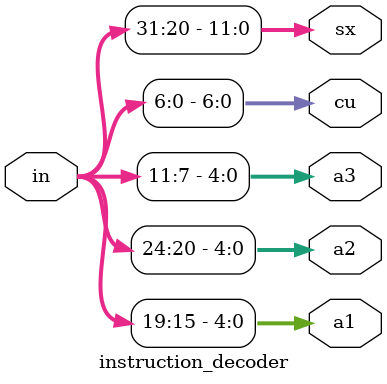
<source format=v>
module instruction_decoder(
    input [31:0] in,
    output reg [4:0] a1,
    output reg [4:0] a2,
    output reg [4:0] a3,
    output reg [6:0] cu,
    output reg [11:0] sx
    );
    always@*
    begin
    a1=in[19:15];   // value to alu
    a2=in[24:20];  // value to alu
    a3=in[11:7];   // adr for storing data
    cu=in[6:0];    // to control unit
    sx=in[31:20];  // to sign extender 
    end
endmodule

</source>
